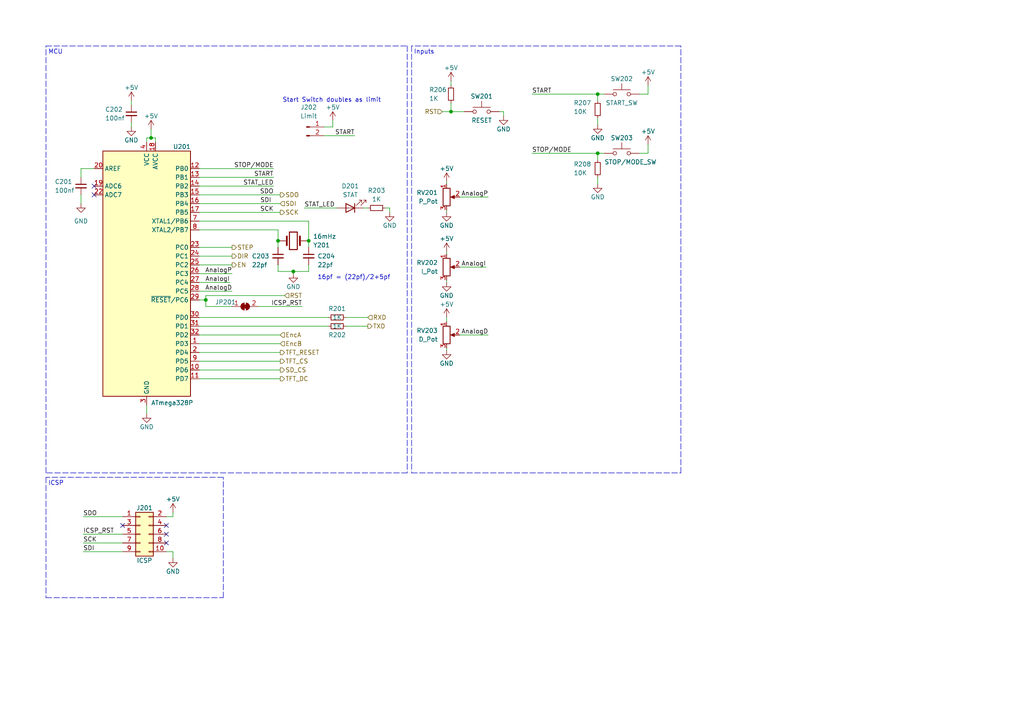
<source format=kicad_sch>
(kicad_sch (version 20211123) (generator eeschema)
  (paper "A4")
  (title_block (title "Inverted Pendulum Controller") (date "${ISSUE}") (rev "${REVISION}") (company "SNHU") (comment 4 "Release: ${FULL_REVISION}"))
  (lib_symbols
    (symbol "+5V_1" (power) (pin_names (offset 0))
      (property "Value" "+5V_1" (at 0 3.556 0))
      (symbol "+5V_1_0_1"
        (polyline (pts (xy -0.762 1.27) (xy 0 2.54)))
        (polyline (pts (xy 0 0) (xy 0 2.54)))
        (polyline (pts (xy 0 2.54) (xy 0.762 1.27)))
      )
      (symbol "+5V_1_1_1"
        (pin power_in line (at 0 0 90) (length 0) hide (name "+5V") (number "1"))
      )
    )
    (symbol "+5V_2" (power) (pin_names (offset 0))
      (property "Value" "+5V_2" (at 0 3.556 0))
      (symbol "+5V_2_0_1"
        (polyline (pts (xy -0.762 1.27) (xy 0 2.54)))
        (polyline (pts (xy 0 0) (xy 0 2.54)))
        (polyline (pts (xy 0 2.54) (xy 0.762 1.27)))
      )
      (symbol "+5V_2_1_1"
        (pin power_in line (at 0 0 90) (length 0) hide (name "+5V") (number "1"))
      )
    )
    (symbol "+5V_3" (power) (pin_names (offset 0))
      (property "Value" "+5V_3" (at 0 3.556 0))
      (symbol "+5V_3_0_1"
        (polyline (pts (xy -0.762 1.27) (xy 0 2.54)))
        (polyline (pts (xy 0 0) (xy 0 2.54)))
        (polyline (pts (xy 0 2.54) (xy 0.762 1.27)))
      )
      (symbol "+5V_3_1_1"
        (pin power_in line (at 0 0 90) (length 0) hide (name "+5V") (number "1"))
      )
    )
    (symbol "+5V_4" (power) (pin_names (offset 0))
      (property "Value" "+5V_4" (at 0 3.556 0))
      (symbol "+5V_4_0_1"
        (polyline (pts (xy -0.762 1.27) (xy 0 2.54)))
        (polyline (pts (xy 0 0) (xy 0 2.54)))
        (polyline (pts (xy 0 2.54) (xy 0.762 1.27)))
      )
      (symbol "+5V_4_1_1"
        (pin power_in line (at 0 0 90) (length 0) hide (name "+5V") (number "1"))
      )
    )
    (symbol "+5V_5" (power) (pin_names (offset 0))
      (property "Value" "+5V_5" (at 0 3.556 0))
      (symbol "+5V_5_0_1"
        (polyline (pts (xy -0.762 1.27) (xy 0 2.54)))
        (polyline (pts (xy 0 0) (xy 0 2.54)))
        (polyline (pts (xy 0 2.54) (xy 0.762 1.27)))
      )
      (symbol "+5V_5_1_1"
        (pin power_in line (at 0 0 90) (length 0) hide (name "+5V") (number "1"))
      )
    )
    (symbol "+5V_6" (power) (pin_names (offset 0))
      (property "Value" "+5V_6" (at 0 3.556 0))
      (symbol "+5V_6_0_1"
        (polyline (pts (xy -0.762 1.27) (xy 0 2.54)))
        (polyline (pts (xy 0 0) (xy 0 2.54)))
        (polyline (pts (xy 0 2.54) (xy 0.762 1.27)))
      )
      (symbol "+5V_6_1_1"
        (pin power_in line (at 0 0 90) (length 0) hide (name "+5V") (number "1"))
      )
    )
    (symbol "+5V_7" (power) (pin_names (offset 0))
      (property "Value" "+5V_7" (at 0 3.556 0))
      (symbol "+5V_7_0_1"
        (polyline (pts (xy -0.762 1.27) (xy 0 2.54)))
        (polyline (pts (xy 0 0) (xy 0 2.54)))
        (polyline (pts (xy 0 2.54) (xy 0.762 1.27)))
      )
      (symbol "+5V_7_1_1"
        (pin power_in line (at 0 0 90) (length 0) hide (name "+5V") (number "1"))
      )
    )
    (symbol "+5V_8" (power) (pin_names (offset 0))
      (property "Value" "+5V_8" (at 0 3.556 0))
      (symbol "+5V_8_0_1"
        (polyline (pts (xy -0.762 1.27) (xy 0 2.54)))
        (polyline (pts (xy 0 0) (xy 0 2.54)))
        (polyline (pts (xy 0 2.54) (xy 0.762 1.27)))
      )
      (symbol "+5V_8_1_1"
        (pin power_in line (at 0 0 90) (length 0) hide (name "+5V") (number "1"))
      )
    )
    (symbol "Connector:Conn_01x02_Male" (pin_names (offset 1.016) hide)
      (property "Reference" "J" (at 0 2.54 0))
      (property "Value" "Conn_01x02_Male" (at 0 -5.08 0))
      (symbol "Conn_01x02_Male_1_1"
        (polyline (pts (xy 1.27 -2.54) (xy 0.8636 -2.54)) (stroke (width 0.1524)))
        (polyline (pts (xy 1.27 0) (xy 0.8636 0)) (stroke (width 0.1524)))
        (rectangle (start 0.8636 -2.413) (end 0 -2.667) (stroke (width 0.1524)) (fill (type outline)))
        (rectangle (start 0.8636 0.127) (end 0 -0.127) (stroke (width 0.1524)) (fill (type outline)))
        (pin passive line (at 5.08 0 180) (length 3.81) (name "Pin_1") (number "1"))
        (pin passive line (at 5.08 -2.54 180) (length 3.81) (name "Pin_2") (number "2"))
      )
    )
    (symbol "Connector_Generic:Conn_02x05_Odd_Even" (pin_names (offset 1.016) hide)
      (property "Reference" "J" (at 1.27 7.62 0))
      (property "Value" "Conn_02x05_Odd_Even" (at 1.27 -7.62 0))
      (symbol "Conn_02x05_Odd_Even_1_1"
        (rectangle (start -1.27 -4.953) (end 0 -5.207) (stroke (width 0.1524)))
        (rectangle (start -1.27 -2.413) (end 0 -2.667) (stroke (width 0.1524)))
        (rectangle (start -1.27 0.127) (end 0 -0.127) (stroke (width 0.1524)))
        (rectangle (start -1.27 2.667) (end 0 2.413) (stroke (width 0.1524)))
        (rectangle (start -1.27 5.207) (end 0 4.953) (stroke (width 0.1524)))
        (rectangle (start -1.27 6.35) (end 3.81 -6.35) (stroke (width 0.254)) (fill (type background)))
        (rectangle (start 3.81 -4.953) (end 2.54 -5.207) (stroke (width 0.1524)))
        (rectangle (start 3.81 -2.413) (end 2.54 -2.667) (stroke (width 0.1524)))
        (rectangle (start 3.81 0.127) (end 2.54 -0.127) (stroke (width 0.1524)))
        (rectangle (start 3.81 2.667) (end 2.54 2.413) (stroke (width 0.1524)))
        (rectangle (start 3.81 5.207) (end 2.54 4.953) (stroke (width 0.1524)))
        (pin passive line (at -5.08 5.08 0) (length 3.81) (name "Pin_1") (number "1"))
        (pin passive line (at 7.62 -5.08 180) (length 3.81) (name "Pin_10") (number "10"))
        (pin passive line (at 7.62 5.08 180) (length 3.81) (name "Pin_2") (number "2"))
        (pin passive line (at -5.08 2.54 0) (length 3.81) (name "Pin_3") (number "3"))
        (pin passive line (at 7.62 2.54 180) (length 3.81) (name "Pin_4") (number "4"))
        (pin passive line (at -5.08 0 0) (length 3.81) (name "Pin_5") (number "5"))
        (pin passive line (at 7.62 0 180) (length 3.81) (name "Pin_6") (number "6"))
        (pin passive line (at -5.08 -2.54 0) (length 3.81) (name "Pin_7") (number "7"))
        (pin passive line (at 7.62 -2.54 180) (length 3.81) (name "Pin_8") (number "8"))
        (pin passive line (at -5.08 -5.08 0) (length 3.81) (name "Pin_9") (number "9"))
      )
    )
    (symbol "Device:C_Small" (pin_numbers hide) (pin_names (offset 0.254) hide)
      (property "Reference" "C" (at 0.254 1.778 0))
      (property "Value" "C_Small" (at 0.254 -2.032 0))
      (symbol "C_Small_0_1"
        (polyline (pts (xy -1.524 -0.508) (xy 1.524 -0.508)) (stroke (width 0.3302)))
        (polyline (pts (xy -1.524 0.508) (xy 1.524 0.508)) (stroke (width 0.3048)))
      )
      (symbol "C_Small_1_1"
        (pin passive line (at 0 2.54 270) (length 2.032) (name "~") (number "1"))
        (pin passive line (at 0 -2.54 90) (length 2.032) (name "~") (number "2"))
      )
    )
    (symbol "Device:Crystal" (pin_numbers hide) (pin_names (offset 1.016) hide)
      (property "Reference" "Y" (at 0 3.81 0))
      (property "Value" "Crystal" (at 0 -3.81 0))
      (symbol "Crystal_0_1"
        (rectangle (start -1.143 2.54) (end 1.143 -2.54) (stroke (width 0.3048)))
        (polyline (pts (xy -2.54 0) (xy -1.905 0)))
        (polyline (pts (xy -1.905 -1.27) (xy -1.905 1.27)) (stroke (width 0.508)))
        (polyline (pts (xy 1.905 -1.27) (xy 1.905 1.27)) (stroke (width 0.508)))
        (polyline (pts (xy 2.54 0) (xy 1.905 0)))
      )
      (symbol "Crystal_1_1"
        (pin passive line (at -3.81 0 0) (length 1.27) (name "1") (number "1"))
        (pin passive line (at 3.81 0 180) (length 1.27) (name "2") (number "2"))
      )
    )
    (symbol "Device:LED" (pin_numbers hide) (pin_names (offset 1.016) hide)
      (property "Reference" "D" (at 0 2.54 0))
      (property "Value" "LED" (at 0 -2.54 0))
      (symbol "LED_0_1"
        (polyline (pts (xy -1.27 -1.27) (xy -1.27 1.27)) (stroke (width 0.254)))
        (polyline (pts (xy -1.27 0) (xy 1.27 0)))
        (polyline (pts (xy 1.27 -1.27) (xy 1.27 1.27) (xy -1.27 0) (xy 1.27 -1.27)) (stroke (width 0.254)))
        (polyline (pts (xy -3.048 -0.762) (xy -4.572 -2.286) (xy -3.81 -2.286) (xy -4.572 -2.286) (xy -4.572 -1.524)))
        (polyline (pts (xy -1.778 -0.762) (xy -3.302 -2.286) (xy -2.54 -2.286) (xy -3.302 -2.286) (xy -3.302 -1.524)))
      )
      (symbol "LED_1_1"
        (pin passive line (at -3.81 0 0) (length 2.54) (name "K") (number "1"))
        (pin passive line (at 3.81 0 180) (length 2.54) (name "A") (number "2"))
      )
    )
    (symbol "Device:R_Potentiometer" (pin_names (offset 1.016) hide)
      (property "Reference" "RV" (at -4.445 0 90))
      (property "Value" "R_Potentiometer" (at -2.54 0 90))
      (symbol "R_Potentiometer_0_1"
        (polyline (pts (xy 2.54 0) (xy 1.524 0)))
        (polyline (pts (xy 1.143 0) (xy 2.286 0.508) (xy 2.286 -0.508) (xy 1.143 0)) (fill (type outline)))
        (rectangle (start 1.016 2.54) (end -1.016 -2.54) (stroke (width 0.254)))
      )
      (symbol "R_Potentiometer_1_1"
        (pin passive line (at 0 3.81 270) (length 1.27) (name "1") (number "1"))
        (pin passive line (at 3.81 0 180) (length 1.27) (name "2") (number "2"))
        (pin passive line (at 0 -3.81 90) (length 1.27) (name "3") (number "3"))
      )
    )
    (symbol "Device:R_Small" (pin_numbers hide) (pin_names (offset 0.254) hide)
      (property "Reference" "R" (at 0.762 0.508 0))
      (property "Value" "R_Small" (at 0.762 -1.016 0))
      (symbol "R_Small_0_1"
        (rectangle (start -0.762 1.778) (end 0.762 -1.778) (stroke (width 0.2032)))
      )
      (symbol "R_Small_1_1"
        (pin passive line (at 0 2.54 270) (length 0.762) (name "~") (number "1"))
        (pin passive line (at 0 -2.54 90) (length 0.762) (name "~") (number "2"))
      )
    )
    (symbol "GND_1" (power) (pin_names (offset 0))
      (property "Value" "GND_1" (at 0 -3.81 0))
      (symbol "GND_1_0_1"
        (polyline (pts (xy 0 0) (xy 0 -1.27) (xy 1.27 -1.27) (xy 0 -2.54) (xy -1.27 -1.27) (xy 0 -1.27)))
      )
      (symbol "GND_1_1_1"
        (pin power_in line (at 0 0 270) (length 0) hide (name "GND") (number "1"))
      )
    )
    (symbol "GND_10" (power) (pin_names (offset 0))
      (property "Value" "GND_10" (at 0 -3.81 0))
      (symbol "GND_10_0_1"
        (polyline (pts (xy 0 0) (xy 0 -1.27) (xy 1.27 -1.27) (xy 0 -2.54) (xy -1.27 -1.27) (xy 0 -1.27)))
      )
      (symbol "GND_10_1_1"
        (pin power_in line (at 0 0 270) (length 0) hide (name "GND") (number "1"))
      )
    )
    (symbol "GND_11" (power) (pin_names (offset 0))
      (property "Value" "GND_11" (at 0 -3.81 0))
      (symbol "GND_11_0_1"
        (polyline (pts (xy 0 0) (xy 0 -1.27) (xy 1.27 -1.27) (xy 0 -2.54) (xy -1.27 -1.27) (xy 0 -1.27)))
      )
      (symbol "GND_11_1_1"
        (pin power_in line (at 0 0 270) (length 0) hide (name "GND") (number "1"))
      )
    )
    (symbol "GND_2" (power) (pin_names (offset 0))
      (property "Value" "GND_2" (at 0 -3.81 0))
      (symbol "GND_2_0_1"
        (polyline (pts (xy 0 0) (xy 0 -1.27) (xy 1.27 -1.27) (xy 0 -2.54) (xy -1.27 -1.27) (xy 0 -1.27)))
      )
      (symbol "GND_2_1_1"
        (pin power_in line (at 0 0 270) (length 0) hide (name "GND") (number "1"))
      )
    )
    (symbol "GND_3" (power) (pin_names (offset 0))
      (property "Value" "GND_3" (at 0 -3.81 0))
      (symbol "GND_3_0_1"
        (polyline (pts (xy 0 0) (xy 0 -1.27) (xy 1.27 -1.27) (xy 0 -2.54) (xy -1.27 -1.27) (xy 0 -1.27)))
      )
      (symbol "GND_3_1_1"
        (pin power_in line (at 0 0 270) (length 0) hide (name "GND") (number "1"))
      )
    )
    (symbol "GND_4" (power) (pin_names (offset 0))
      (property "Value" "GND_4" (at 0 -3.81 0))
      (symbol "GND_4_0_1"
        (polyline (pts (xy 0 0) (xy 0 -1.27) (xy 1.27 -1.27) (xy 0 -2.54) (xy -1.27 -1.27) (xy 0 -1.27)))
      )
      (symbol "GND_4_1_1"
        (pin power_in line (at 0 0 270) (length 0) hide (name "GND") (number "1"))
      )
    )
    (symbol "GND_5" (power) (pin_names (offset 0))
      (property "Value" "GND_5" (at 0 -3.81 0))
      (symbol "GND_5_0_1"
        (polyline (pts (xy 0 0) (xy 0 -1.27) (xy 1.27 -1.27) (xy 0 -2.54) (xy -1.27 -1.27) (xy 0 -1.27)))
      )
      (symbol "GND_5_1_1"
        (pin power_in line (at 0 0 270) (length 0) hide (name "GND") (number "1"))
      )
    )
    (symbol "GND_6" (power) (pin_names (offset 0))
      (property "Value" "GND_6" (at 0 -3.81 0))
      (symbol "GND_6_0_1"
        (polyline (pts (xy 0 0) (xy 0 -1.27) (xy 1.27 -1.27) (xy 0 -2.54) (xy -1.27 -1.27) (xy 0 -1.27)))
      )
      (symbol "GND_6_1_1"
        (pin power_in line (at 0 0 270) (length 0) hide (name "GND") (number "1"))
      )
    )
    (symbol "GND_7" (power) (pin_names (offset 0))
      (property "Value" "GND_7" (at 0 -3.81 0))
      (symbol "GND_7_0_1"
        (polyline (pts (xy 0 0) (xy 0 -1.27) (xy 1.27 -1.27) (xy 0 -2.54) (xy -1.27 -1.27) (xy 0 -1.27)))
      )
      (symbol "GND_7_1_1"
        (pin power_in line (at 0 0 270) (length 0) hide (name "GND") (number "1"))
      )
    )
    (symbol "GND_8" (power) (pin_names (offset 0))
      (property "Value" "GND_8" (at 0 -3.81 0))
      (symbol "GND_8_0_1"
        (polyline (pts (xy 0 0) (xy 0 -1.27) (xy 1.27 -1.27) (xy 0 -2.54) (xy -1.27 -1.27) (xy 0 -1.27)))
      )
      (symbol "GND_8_1_1"
        (pin power_in line (at 0 0 270) (length 0) hide (name "GND") (number "1"))
      )
    )
    (symbol "GND_9" (power) (pin_names (offset 0))
      (property "Value" "GND_9" (at 0 -3.81 0))
      (symbol "GND_9_0_1"
        (polyline (pts (xy 0 0) (xy 0 -1.27) (xy 1.27 -1.27) (xy 0 -2.54) (xy -1.27 -1.27) (xy 0 -1.27)))
      )
      (symbol "GND_9_1_1"
        (pin power_in line (at 0 0 270) (length 0) hide (name "GND") (number "1"))
      )
    )
    (symbol "Jumper:SolderJumper_2_Bridged" (pin_names (offset 0) hide)
      (property "Reference" "JP" (at 0 2.032 0))
      (property "Value" "SolderJumper_2_Bridged" (at 0 -2.54 0))
      (symbol "SolderJumper_2_Bridged_0_1"
        (rectangle (start -0.508 0.508) (end 0.508 -0.508) (fill (type outline)))
        (arc (start -0.254 1.016) (mid -1.27 0) (end -0.254 -1.016))
        (arc (start -0.254 1.016) (mid -1.27 0) (end -0.254 -1.016) (fill (type outline)))
        (polyline (pts (xy -0.254 1.016) (xy -0.254 -1.016)))
        (polyline (pts (xy 0.254 1.016) (xy 0.254 -1.016)))
        (arc (start 0.254 -1.016) (mid 1.27 0) (end 0.254 1.016))
        (arc (start 0.254 -1.016) (mid 1.27 0) (end 0.254 1.016) (fill (type outline)))
      )
      (symbol "SolderJumper_2_Bridged_1_1"
        (pin passive line (at -3.81 0 0) (length 2.54) (name "A") (number "1"))
        (pin passive line (at 3.81 0 180) (length 2.54) (name "B") (number "2"))
      )
    )
    (symbol "MCU_Microchip_ATmega:ATmega328P-A"
      (property "Reference" "U" (at -12.7 36.83 0))
      (property "Value" "ATmega328P-A" (at 2.54 -36.83 0))
      (symbol "ATmega328P-A_0_1"
        (rectangle (start -12.7 -35.56) (end 12.7 35.56) (stroke (width 0.254)) (fill (type background)))
      )
      (symbol "ATmega328P-A_1_1"
        (pin bidirectional line (at 15.24 -20.32 180) (length 2.54) (name "PD3") (number "1"))
        (pin bidirectional line (at 15.24 -27.94 180) (length 2.54) (name "PD6") (number "10"))
        (pin bidirectional line (at 15.24 -30.48 180) (length 2.54) (name "PD7") (number "11"))
        (pin bidirectional line (at 15.24 30.48 180) (length 2.54) (name "PB0") (number "12"))
        (pin bidirectional line (at 15.24 27.94 180) (length 2.54) (name "PB1") (number "13"))
        (pin bidirectional line (at 15.24 25.4 180) (length 2.54) (name "PB2") (number "14"))
        (pin bidirectional line (at 15.24 22.86 180) (length 2.54) (name "PB3") (number "15"))
        (pin bidirectional line (at 15.24 20.32 180) (length 2.54) (name "PB4") (number "16"))
        (pin bidirectional line (at 15.24 17.78 180) (length 2.54) (name "PB5") (number "17"))
        (pin power_in line (at 2.54 38.1 270) (length 2.54) (name "AVCC") (number "18"))
        (pin input line (at -15.24 25.4 0) (length 2.54) (name "ADC6") (number "19"))
        (pin bidirectional line (at 15.24 -22.86 180) (length 2.54) (name "PD4") (number "2"))
        (pin passive line (at -15.24 30.48 0) (length 2.54) (name "AREF") (number "20"))
        (pin passive line (at 0 -38.1 90) (length 2.54) hide (name "GND") (number "21"))
        (pin input line (at -15.24 22.86 0) (length 2.54) (name "ADC7") (number "22"))
        (pin bidirectional line (at 15.24 7.62 180) (length 2.54) (name "PC0") (number "23"))
        (pin bidirectional line (at 15.24 5.08 180) (length 2.54) (name "PC1") (number "24"))
        (pin bidirectional line (at 15.24 2.54 180) (length 2.54) (name "PC2") (number "25"))
        (pin bidirectional line (at 15.24 0 180) (length 2.54) (name "PC3") (number "26"))
        (pin bidirectional line (at 15.24 -2.54 180) (length 2.54) (name "PC4") (number "27"))
        (pin bidirectional line (at 15.24 -5.08 180) (length 2.54) (name "PC5") (number "28"))
        (pin bidirectional line (at 15.24 -7.62 180) (length 2.54) (name "~{RESET}/PC6") (number "29"))
        (pin power_in line (at 0 -38.1 90) (length 2.54) (name "GND") (number "3"))
        (pin bidirectional line (at 15.24 -12.7 180) (length 2.54) (name "PD0") (number "30"))
        (pin bidirectional line (at 15.24 -15.24 180) (length 2.54) (name "PD1") (number "31"))
        (pin bidirectional line (at 15.24 -17.78 180) (length 2.54) (name "PD2") (number "32"))
        (pin power_in line (at 0 38.1 270) (length 2.54) (name "VCC") (number "4"))
        (pin passive line (at 0 -38.1 90) (length 2.54) hide (name "GND") (number "5"))
        (pin passive line (at 0 38.1 270) (length 2.54) hide (name "VCC") (number "6"))
        (pin bidirectional line (at 15.24 15.24 180) (length 2.54) (name "XTAL1/PB6") (number "7"))
        (pin bidirectional line (at 15.24 12.7 180) (length 2.54) (name "XTAL2/PB7") (number "8"))
        (pin bidirectional line (at 15.24 -25.4 180) (length 2.54) (name "PD5") (number "9"))
      )
    )
    (symbol "Switch:SW_Push" (pin_numbers hide) (pin_names (offset 1.016) hide)
      (property "Reference" "SW" (at 1.27 2.54 0))
      (property "Value" "SW_Push" (at 0 -1.524 0))
      (symbol "SW_Push_0_1"
        (circle (center -2.032 0) (radius 0.508))
        (polyline (pts (xy 0 1.27) (xy 0 3.048)))
        (polyline (pts (xy 2.54 1.27) (xy -2.54 1.27)))
        (circle (center 2.032 0) (radius 0.508))
        (pin passive line (at -5.08 0 0) (length 2.54) (name "1") (number "1"))
        (pin passive line (at 5.08 0 180) (length 2.54) (name "2") (number "2"))
      )
    )
    (symbol "power:+5V" (power) (pin_names (offset 0))
      (property "Value" "+5V" (at 0 3.556 0))
      (symbol "+5V_0_1"
        (polyline (pts (xy -0.762 1.27) (xy 0 2.54)))
        (polyline (pts (xy 0 0) (xy 0 2.54)))
        (polyline (pts (xy 0 2.54) (xy 0.762 1.27)))
      )
      (symbol "+5V_1_1"
        (pin power_in line (at 0 0 90) (length 0) hide (name "+5V") (number "1"))
      )
    )
    (symbol "power:GND" (power) (pin_names (offset 0))
      (property "Value" "GND" (at 0 -3.81 0))
      (symbol "GND_0_1"
        (polyline (pts (xy 0 0) (xy 0 -1.27) (xy 1.27 -1.27) (xy 0 -2.54) (xy -1.27 -1.27) (xy 0 -1.27)))
      )
      (symbol "GND_1_1"
        (pin power_in line (at 0 0 270) (length 0) hide (name "GND") (number "1"))
      )
    )
  )
  (junction (at 130.81 32.385))
  (junction (at 89.535 69.85))
  (junction (at 173.355 27.305))
  (junction (at 43.815 40.005))
  (junction (at 173.355 44.45))
  (junction (at 80.645 69.85))
  (junction (at 85.09 78.74))
  (junction (at 59.69 86.995))
  (no_connect (at 27.305 56.515))
  (no_connect (at 48.26 154.94))
  (no_connect (at 48.26 157.48))
  (no_connect (at 48.26 152.4))
  (no_connect (at 35.56 152.4))
  (no_connect (at 27.305 53.975))
  (wire (pts (xy 102.87 39.37) (xy 93.98 39.37)))
  (wire (pts (xy 57.785 53.975) (xy 79.375 53.975)))
  (wire (pts (xy 129.54 92.075) (xy 129.54 93.345)))
  (polyline (pts (xy 197.485 137.16) (xy 197.485 13.335)))
  (wire (pts (xy 23.495 56.515) (xy 23.495 59.055)))
  (wire (pts (xy 45.085 40.005) (xy 43.815 40.005)))
  (wire (pts (xy 24.13 149.86) (xy 35.56 149.86)))
  (wire (pts (xy 82.55 85.725) (xy 59.69 85.725)))
  (wire (pts (xy 57.785 109.855) (xy 81.28 109.855)))
  (wire (pts (xy 57.785 51.435) (xy 79.375 51.435)))
  (wire (pts (xy 80.645 69.85) (xy 81.28 69.85)))
  (wire (pts (xy 173.355 44.45) (xy 173.355 46.355)))
  (wire (pts (xy 59.69 88.9) (xy 67.31 88.9)))
  (wire (pts (xy 129.54 100.965) (xy 129.54 101.6)))
  (wire (pts (xy 48.26 149.86) (xy 50.165 149.86)))
  (wire (pts (xy 113.03 61.595) (xy 113.03 60.325)))
  (wire (pts (xy 133.35 77.47) (xy 140.97 77.47)))
  (wire (pts (xy 23.495 48.895) (xy 23.495 51.435)))
  (wire (pts (xy 59.69 86.995) (xy 57.785 86.995)))
  (wire (pts (xy 50.165 149.86) (xy 50.165 148.59)))
  (wire (pts (xy 130.81 23.495) (xy 130.81 24.765)))
  (wire (pts (xy 24.13 160.02) (xy 35.56 160.02)))
  (wire (pts (xy 57.785 61.595) (xy 81.28 61.595)))
  (wire (pts (xy 57.785 94.615) (xy 95.25 94.615)))
  (wire (pts (xy 113.03 60.325) (xy 111.76 60.325)))
  (wire (pts (xy 130.81 32.385) (xy 128.27 32.385)))
  (polyline (pts (xy 64.77 138.43) (xy 13.335 138.43)))
  (wire (pts (xy 129.54 73.025) (xy 129.54 73.66)))
  (wire (pts (xy 187.96 27.305) (xy 185.42 27.305)))
  (wire (pts (xy 89.535 69.85) (xy 89.535 64.135)))
  (wire (pts (xy 67.31 74.295) (xy 57.785 74.295)))
  (wire (pts (xy 129.54 81.28) (xy 129.54 81.915)))
  (wire (pts (xy 57.785 102.235) (xy 81.28 102.235)))
  (wire (pts (xy 89.535 69.85) (xy 89.535 71.755)))
  (wire (pts (xy 57.785 79.375) (xy 67.31 79.375)))
  (wire (pts (xy 154.305 27.305) (xy 173.355 27.305)))
  (wire (pts (xy 45.085 41.275) (xy 45.085 40.005)))
  (wire (pts (xy 187.96 41.91) (xy 187.96 44.45)))
  (polyline (pts (xy 119.38 137.16) (xy 197.485 137.16)))
  (wire (pts (xy 173.355 27.305) (xy 175.26 27.305)))
  (wire (pts (xy 129.54 52.705) (xy 129.54 53.34)))
  (wire (pts (xy 24.13 154.94) (xy 35.56 154.94)))
  (wire (pts (xy 173.355 27.305) (xy 173.355 29.21)))
  (wire (pts (xy 57.785 66.675) (xy 80.645 66.675)))
  (wire (pts (xy 42.545 40.005) (xy 42.545 41.275)))
  (wire (pts (xy 80.645 69.85) (xy 80.645 71.755)))
  (wire (pts (xy 57.785 84.455) (xy 67.31 84.455)))
  (wire (pts (xy 80.645 78.74) (xy 85.09 78.74)))
  (wire (pts (xy 133.35 57.15) (xy 141.605 57.15)))
  (wire (pts (xy 173.355 34.29) (xy 173.355 36.195)))
  (wire (pts (xy 79.375 48.895) (xy 57.785 48.895)))
  (wire (pts (xy 105.41 60.325) (xy 106.68 60.325)))
  (wire (pts (xy 187.96 44.45) (xy 185.42 44.45)))
  (wire (pts (xy 57.785 107.315) (xy 81.28 107.315)))
  (wire (pts (xy 173.355 44.45) (xy 175.26 44.45)))
  (wire (pts (xy 129.54 60.96) (xy 129.54 61.595)))
  (wire (pts (xy 80.645 76.835) (xy 80.645 78.74)))
  (polyline (pts (xy 197.485 13.335) (xy 119.38 13.335)))
  (wire (pts (xy 67.31 71.755) (xy 57.785 71.755)))
  (polyline (pts (xy 119.38 13.335) (xy 119.38 137.16)))
  (polyline (pts (xy 64.77 173.355) (xy 64.77 138.43)))
  (polyline (pts (xy 118.11 13.335) (xy 118.11 137.16)))
  (wire (pts (xy 80.645 66.675) (xy 80.645 69.85)))
  (wire (pts (xy 57.785 92.075) (xy 95.25 92.075)))
  (wire (pts (xy 43.815 37.465) (xy 43.815 40.005)))
  (wire (pts (xy 88.265 60.325) (xy 97.79 60.325)))
  (wire (pts (xy 88.9 69.85) (xy 89.535 69.85)))
  (polyline (pts (xy 13.335 13.335) (xy 118.11 13.335)))
  (wire (pts (xy 38.1 35.56) (xy 38.1 36.83)))
  (wire (pts (xy 67.31 76.835) (xy 57.785 76.835)))
  (wire (pts (xy 48.26 160.02) (xy 50.165 160.02)))
  (wire (pts (xy 38.1 29.21) (xy 38.1 30.48)))
  (wire (pts (xy 57.785 81.915) (xy 66.675 81.915)))
  (wire (pts (xy 81.28 99.695) (xy 57.785 99.695)))
  (wire (pts (xy 74.93 88.9) (xy 87.63 88.9)))
  (wire (pts (xy 154.305 44.45) (xy 173.355 44.45)))
  (polyline (pts (xy 13.335 138.43) (xy 13.335 173.355)))
  (polyline (pts (xy 13.335 173.355) (xy 64.77 173.355)))
  (wire (pts (xy 134.62 32.385) (xy 130.81 32.385)))
  (polyline (pts (xy 13.335 137.16) (xy 13.335 13.335)))
  (wire (pts (xy 146.05 32.385) (xy 144.78 32.385)))
  (wire (pts (xy 81.28 97.155) (xy 57.785 97.155)))
  (wire (pts (xy 50.165 160.02) (xy 50.165 161.925)))
  (wire (pts (xy 43.815 40.005) (xy 42.545 40.005)))
  (wire (pts (xy 133.35 97.155) (xy 141.605 97.155)))
  (wire (pts (xy 42.545 117.475) (xy 42.545 120.015)))
  (wire (pts (xy 57.785 104.775) (xy 81.28 104.775)))
  (wire (pts (xy 96.52 36.83) (xy 93.98 36.83)))
  (wire (pts (xy 100.33 92.075) (xy 106.68 92.075)))
  (wire (pts (xy 100.33 94.615) (xy 106.68 94.615)))
  (wire (pts (xy 27.305 48.895) (xy 23.495 48.895)))
  (wire (pts (xy 96.52 34.925) (xy 96.52 36.83)))
  (wire (pts (xy 173.355 51.435) (xy 173.355 53.34)))
  (wire (pts (xy 89.535 78.74) (xy 89.535 76.835)))
  (wire (pts (xy 59.69 86.995) (xy 59.69 88.9)))
  (wire (pts (xy 59.69 85.725) (xy 59.69 86.995)))
  (wire (pts (xy 24.13 157.48) (xy 35.56 157.48)))
  (polyline (pts (xy 118.11 137.16) (xy 13.335 137.16)))
  (wire (pts (xy 85.09 78.74) (xy 89.535 78.74)))
  (wire (pts (xy 146.05 33.655) (xy 146.05 32.385)))
  (wire (pts (xy 57.785 64.135) (xy 89.535 64.135)))
  (wire (pts (xy 187.96 24.765) (xy 187.96 27.305)))
  (wire (pts (xy 85.09 78.74) (xy 85.09 79.375)))
  (wire (pts (xy 130.81 32.385) (xy 130.81 29.845)))
  (wire (pts (xy 57.785 56.515) (xy 81.28 56.515)))
  (wire (pts (xy 57.785 59.055) (xy 81.28 59.055)))
  (text "ICSP" (at 13.97 140.97 0) (effects (font (size 1.27 1.27)) (justify left bottom)))
  (text "Start Switch doubles as limit" (at 81.915 29.845 0) (effects (font (size 1.27 1.27)) (justify left bottom)))
  (text "MCU" (at 13.97 15.875 0) (effects (font (size 1.27 1.27)) (justify left bottom)))
  (text "Inputs" (at 120.015 15.875 0) (effects (font (size 1.27 1.27)) (justify left bottom)))
  (text "16pf = (22pf)/2+5pf" (at 92.075 81.28 0) (effects (font (size 1.27 1.27)) (justify left bottom)))
  (label "AnalogD" (at 67.31 84.455 180))
  (label "AnalogI" (at 66.675 81.915 180))
  (label "SDO" (at 24.13 149.86 0))
  (label "SDO" (at 79.375 56.515 180))
  (label "STAT_LED" (at 88.265 60.325 0))
  (label "SDI" (at 24.13 160.02 0))
  (label "START" (at 154.305 27.305 0))
  (label "ICSP_RST" (at 87.63 88.9 180))
  (label "START" (at 102.87 39.37 180))
  (label "STOP{slash}MODE" (at 79.375 48.895 180))
  (label "AnalogI" (at 140.97 77.47 180))
  (label "SDI" (at 78.74 59.055 180))
  (label "STOP{slash}MODE" (at 154.305 44.45 0))
  (label "SCK" (at 24.13 157.48 0))
  (label "AnalogP" (at 141.605 57.15 180))
  (label "START" (at 79.375 51.435 180))
  (label "STAT_LED" (at 79.375 53.975 180))
  (label "AnalogP" (at 67.31 79.375 180))
  (label "ICSP_RST" (at 24.13 154.94 0))
  (label "SCK" (at 79.375 61.595 180))
  (label "AnalogD" (at 141.605 97.155 180))
  (hierarchical_label "RST" (shape input) (at 82.55 85.725 0))
  (hierarchical_label "DIR" (shape output) (at 67.31 74.295 0))
  (hierarchical_label "RST" (shape input) (at 128.27 32.385 180))
  (hierarchical_label "SDI" (shape input) (at 81.28 59.055 0))
  (hierarchical_label "TFT_CS" (shape output) (at 81.28 104.775 0))
  (hierarchical_label "SD_CS" (shape output) (at 81.28 107.315 0))
  (hierarchical_label "SDO" (shape output) (at 81.28 56.515 0))
  (hierarchical_label "RXD" (shape input) (at 106.68 92.075 0))
  (hierarchical_label "TFT_RESET" (shape output) (at 81.28 102.235 0))
  (hierarchical_label "EncB" (shape input) (at 81.28 99.695 0))
  (hierarchical_label "EncA" (shape input) (at 81.28 97.155 0))
  (hierarchical_label "SCK" (shape output) (at 81.28 61.595 0))
  (hierarchical_label "TFT_DC" (shape output) (at 81.28 109.855 0))
  (hierarchical_label "TXD" (shape output) (at 106.68 94.615 0))
  (hierarchical_label "STEP" (shape output) (at 67.31 71.755 0))
  (hierarchical_label "EN" (shape output) (at 67.31 76.835 0))
  (symbol (lib_id "Device:R_Potentiometer") (at 129.54 57.15 0) (unit 1)
    (property "Reference" "RV201" (at 127 55.8799 0) (effects (justify right)))
    (property "Value" "P_Pot" (at 127 58.4199 0) (effects (justify right)))
    (property "Footprint" "Connector_JST:JST_EH_B3B-EH-A_1x03_P2.50mm_Vertical" (effects hide))
  )
  (symbol (lib_name "+5V_1") (lib_id "power:+5V") (at 129.54 73.025 0) (unit 1)
    (property "Reference" "#PWR0134" (effects hide))
    (property "Value" "+5V" (at 129.54 69.215 0))
  )
  (symbol (lib_name "+5V_4") (lib_id "power:+5V") (at 187.96 41.91 0) (unit 1)
    (property "Reference" "#PWR0220" (effects hide))
    (property "Value" "+5V" (at 187.96 38.1 0))
  )
  (symbol (lib_name "+5V_3") (lib_id "power:+5V") (at 96.52 34.925 0) (unit 1)
    (property "Reference" "#PWR0146" (effects hide))
    (property "Value" "+5V" (at 96.52 31.115 0))
  )
  (symbol (lib_id "Device:R_Small") (at 97.79 94.615 90) (unit 1)
    (property "Reference" "R202" (at 97.79 97.155 90))
    (property "Value" "1K" (at 97.79 94.615 90))
    (property "Footprint" "Resistor_SMD:R_0805_2012Metric" (effects hide))
  )
  (symbol (lib_id "Switch:SW_Push") (at 180.34 44.45 0) (unit 1)
    (property "Reference" "SW203" (at 180.34 40.005 0))
    (property "Value" "STOP/MODE_SW" (at 182.88 46.99 0))
    (property "Footprint" "Button_Switch_THT:SW_PUSH_6mm_H5mm" (effects hide))
  )
  (symbol (lib_name "GND_8") (lib_id "power:GND") (at 42.545 120.015 0) (unit 1)
    (property "Reference" "#PWR0204" (effects hide))
    (property "Value" "GND" (at 42.545 123.825 0))
  )
  (symbol (lib_id "Device:R_Potentiometer") (at 129.54 77.47 0) (unit 1)
    (property "Reference" "RV202" (at 127 76.1999 0) (effects (justify right)))
    (property "Value" "I_Pot" (at 127 78.7399 0) (effects (justify right)))
    (property "Footprint" "Connector_JST:JST_EH_B3B-EH-A_1x03_P2.50mm_Vertical" (effects hide))
  )
  (symbol (lib_id "Connector_Generic:Conn_02x05_Odd_Even") (at 40.64 154.94 0) (unit 1)
    (property "Reference" "J201" (at 41.91 147.32 0))
    (property "Value" "ICSP" (at 41.91 162.56 0))
    (property "Footprint" "Connector:Tag-Connect_TC2050-IDC-FP_2x05_P1.27mm_Vertical" (effects hide))
  )
  (symbol (lib_id "Device:R_Small") (at 109.22 60.325 270) (unit 1)
    (property "Reference" "R203" (at 109.22 55.245 90))
    (property "Value" "1K" (at 109.22 57.785 90))
    (property "Footprint" "Resistor_SMD:R_0805_2012Metric" (effects hide))
  )
  (symbol (lib_name "GND_9") (lib_id "power:GND") (at 85.09 79.375 0) (unit 1)
    (property "Reference" "#PWR0206" (effects hide))
    (property "Value" "GND" (at 85.09 83.185 0))
  )
  (symbol (lib_id "Device:R_Small") (at 173.355 48.895 0) (unit 1)
    (property "Reference" "R208" (at 166.37 47.625 0) (effects (justify left)))
    (property "Value" "10K" (at 166.37 50.165 0) (effects (justify left)))
    (property "Footprint" "Resistor_SMD:R_0805_2012Metric" (effects hide))
  )
  (symbol (lib_id "Device:R_Potentiometer") (at 129.54 97.155 0) (unit 1)
    (property "Reference" "RV203" (at 127 95.8849 0) (effects (justify right)))
    (property "Value" "D_Pot" (at 127 98.4249 0) (effects (justify right)))
    (property "Footprint" "Connector_JST:JST_EH_B3B-EH-A_1x03_P2.50mm_Vertical" (effects hide))
  )
  (symbol (lib_name "+5V_2") (lib_id "power:+5V") (at 129.54 92.075 0) (unit 1)
    (property "Reference" "#PWR0137" (effects hide))
    (property "Value" "+5V" (at 129.54 88.265 0))
  )
  (symbol (lib_name "+5V_6") (lib_id "power:+5V") (at 50.165 148.59 0) (unit 1)
    (property "Reference" "#PWR0208" (effects hide))
    (property "Value" "+5V" (at 50.165 144.78 0))
  )
  (symbol (lib_name "GND_5") (lib_id "power:GND") (at 50.165 161.925 0) (unit 1)
    (property "Reference" "#PWR0209" (effects hide))
    (property "Value" "GND" (at 50.165 165.735 0))
  )
  (symbol (lib_name "+5V_7") (lib_id "power:+5V") (at 38.1 29.21 0) (unit 1)
    (property "Reference" "#PWR0202" (effects hide))
    (property "Value" "+5V" (at 38.1 25.4 0))
  )
  (symbol (lib_id "MCU_Microchip_ATmega:ATmega328P-A") (at 42.545 79.375 0) (unit 1)
    (property "Reference" "U201" (at 50.165 42.545 0) (effects (justify left)))
    (property "Value" "ATmega328P" (at 43.815 116.84 0) (effects (justify left)))
    (property "Footprint" "Package_QFP:TQFP-32_7x7mm_P0.8mm" (effects hide))
    (property "Datasheet" "http://ww1.microchip.com/downloads/en/DeviceDoc/ATmega328_P%20AVR%20MCU%20with%20picoPower%20Technology%20Data%20Sheet%2040001984A.pdf" (effects hide))
  )
  (symbol (lib_id "Device:R_Small") (at 130.81 27.305 0) (unit 1)
    (property "Reference" "R206" (at 124.46 26.035 0) (effects (justify left)))
    (property "Value" "1K" (at 124.46 28.575 0) (effects (justify left)))
    (property "Footprint" "Resistor_SMD:R_0805_2012Metric" (effects hide))
  )
  (symbol (lib_id "power:+5V") (at 129.54 52.705 0) (unit 1)
    (property "Reference" "#PWR0135" (effects hide))
    (property "Value" "+5V" (at 129.54 48.895 0))
  )
  (symbol (lib_id "Jumper:SolderJumper_2_Bridged") (at 71.12 88.9 0) (unit 1)
    (property "Reference" "JP201" (at 65.405 87.63 0))
    (property "Value" "RSTBridge" (effects hide))
    (property "Footprint" "Jumper:SolderJumper-2_P1.3mm_Bridged_Pad1.0x1.5mm" (effects hide))
  )
  (symbol (lib_name "GND_2") (lib_id "power:GND") (at 129.54 81.915 0) (unit 1)
    (property "Reference" "#PWR0138" (effects hide))
    (property "Value" "GND" (at 129.54 85.725 0))
  )
  (symbol (lib_id "Connector:Conn_01x02_Male") (at 88.9 36.83 0) (unit 1)
    (property "Reference" "J202" (at 89.535 31.115 0))
    (property "Value" "Limit" (at 89.535 33.655 0))
    (property "Footprint" "Connector_JST:JST_EH_B2B-EH-A_1x02_P2.50mm_Vertical" (effects hide))
  )
  (symbol (lib_id "Device:C_Small") (at 38.1 33.02 0) (unit 1)
    (property "Reference" "C202" (at 30.48 31.75 0) (effects (justify left)))
    (property "Value" "100nf" (at 30.48 34.29 0) (effects (justify left)))
    (property "Footprint" "Capacitor_SMD:C_0805_2012Metric" (effects hide))
  )
  (symbol (lib_id "Device:C_Small") (at 89.535 74.295 0) (unit 1)
    (property "Reference" "C204" (at 92.075 74.295 0) (effects (justify left)))
    (property "Value" "22pf" (at 92.075 76.835 0) (effects (justify left)))
    (property "Footprint" "Capacitor_SMD:C_0805_2012Metric" (effects hide))
  )
  (symbol (lib_id "Device:R_Small") (at 97.79 92.075 90) (unit 1)
    (property "Reference" "R201" (at 97.79 89.535 90))
    (property "Value" "1K" (at 97.79 92.075 90))
    (property "Footprint" "Resistor_SMD:R_0805_2012Metric" (effects hide))
  )
  (symbol (lib_name "GND_1") (lib_id "power:GND") (at 129.54 61.595 0) (unit 1)
    (property "Reference" "#PWR0136" (effects hide))
    (property "Value" "GND" (at 129.54 65.405 0))
  )
  (symbol (lib_name "GND_4") (lib_id "power:GND") (at 146.05 33.655 0) (unit 1)
    (property "Reference" "#PWR0218" (effects hide))
    (property "Value" "GND" (at 146.05 37.465 0))
  )
  (symbol (lib_name "+5V_5") (lib_id "power:+5V") (at 130.81 23.495 0) (unit 1)
    (property "Reference" "#PWR0214" (effects hide))
    (property "Value" "+5V" (at 130.81 19.685 0))
  )
  (symbol (lib_name "+5V_3") (lib_id "power:+5V") (at 187.96 24.765 0) (unit 1)
    (property "Reference" "#PWR0219" (effects hide))
    (property "Value" "+5V" (at 187.96 20.955 0))
  )
  (symbol (lib_id "Device:C_Small") (at 80.645 74.295 0) (unit 1)
    (property "Reference" "C203" (at 73.025 74.295 0) (effects (justify left)))
    (property "Value" "22pf" (at 73.025 76.835 0) (effects (justify left)))
    (property "Footprint" "Capacitor_SMD:C_0805_2012Metric" (effects hide))
  )
  (symbol (lib_id "Switch:SW_Push") (at 139.7 32.385 0) (unit 1)
    (property "Reference" "SW201" (at 139.7 27.94 0))
    (property "Value" "RESET" (at 139.7 34.925 0))
    (property "Footprint" "Button_Switch_THT:SW_PUSH_6mm_H5mm" (effects hide))
  )
  (symbol (lib_id "Device:R_Small") (at 173.355 31.75 0) (unit 1)
    (property "Reference" "R207" (at 166.37 29.845 0) (effects (justify left)))
    (property "Value" "10K" (at 166.37 32.385 0) (effects (justify left)))
    (property "Footprint" "Resistor_SMD:R_0805_2012Metric" (effects hide))
  )
  (symbol (lib_id "Device:LED") (at 101.6 60.325 180) (unit 1)
    (property "Reference" "D201" (at 101.6 53.975 0))
    (property "Value" "STAT" (at 101.6 56.515 0))
    (property "Footprint" "LED_SMD:LED_0805_2012Metric" (effects hide))
  )
  (symbol (lib_id "Device:Crystal") (at 85.09 69.85 180) (unit 1)
    (property "Reference" "Y201" (at 90.805 71.12 0) (effects (justify right)))
    (property "Value" "16mHz" (at 90.805 68.58 0) (effects (justify right)))
    (property "Footprint" "Crystal:Crystal_SMD_HC49-SD" (effects hide))
  )
  (symbol (lib_id "Device:C_Small") (at 23.495 53.975 0) (unit 1)
    (property "Reference" "C201" (at 15.875 52.705 0) (effects (justify left)))
    (property "Value" "100nf" (at 15.875 55.245 0) (effects (justify left)))
    (property "Footprint" "Capacitor_SMD:C_0805_2012Metric" (effects hide))
  )
  (symbol (lib_name "GND_6") (lib_id "power:GND") (at 23.495 59.055 0) (unit 1)
    (property "Reference" "#PWR0201" (effects hide))
    (property "Value" "GND" (at 23.495 64.135 0))
  )
  (symbol (lib_id "Switch:SW_Push") (at 180.34 27.305 0) (unit 1)
    (property "Reference" "SW202" (at 180.34 22.86 0))
    (property "Value" "START_SW" (at 180.34 29.845 0))
    (property "Footprint" "Button_Switch_THT:SW_PUSH_6mm_H5mm" (effects hide))
  )
  (symbol (lib_name "GND_10") (lib_id "power:GND") (at 113.03 61.595 0) (unit 1)
    (property "Reference" "#PWR0141" (effects hide))
    (property "Value" "GND" (at 113.03 65.405 0))
  )
  (symbol (lib_id "power:GND") (at 173.355 53.34 0) (unit 1)
    (property "Reference" "#PWR0216" (effects hide))
    (property "Value" "GND" (at 173.355 57.15 0))
  )
  (symbol (lib_name "GND_3") (lib_id "power:GND") (at 173.355 36.195 0) (unit 1)
    (property "Reference" "#PWR0215" (effects hide))
    (property "Value" "GND" (at 173.355 40.005 0))
  )
  (symbol (lib_name "+5V_8") (lib_id "power:+5V") (at 43.815 37.465 0) (unit 1)
    (property "Reference" "#PWR0205" (effects hide))
    (property "Value" "+5V" (at 43.815 33.655 0))
  )
  (symbol (lib_name "GND_7") (lib_id "power:GND") (at 38.1 36.83 0) (unit 1)
    (property "Reference" "#PWR0203" (effects hide))
    (property "Value" "GND" (at 38.1 40.64 0))
  )
  (symbol (lib_name "GND_11") (lib_id "power:GND") (at 129.54 101.6 0) (unit 1)
    (property "Reference" "#PWR0133" (effects hide))
    (property "Value" "GND" (at 129.54 105.41 0))
  )
)
</source>
